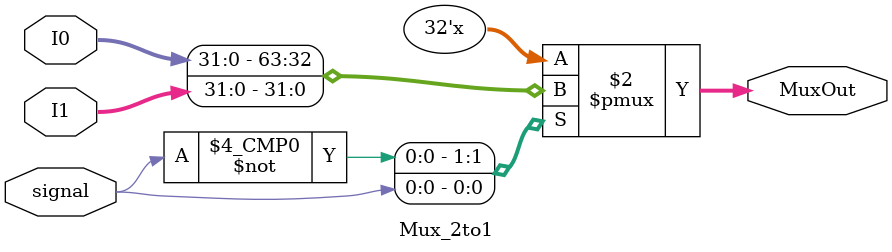
<source format=v>
module Mux_2to1(
	input [31:0] I0, I1,
	input signal,
	output reg [31:0] MuxOut
);

always @(*)begin 
	case (signal)
		1'b0: MuxOut = I0;
		1'b1: MuxOut = I1;
		default: MuxOut = 32'd0;
	endcase 
end

endmodule 
</source>
